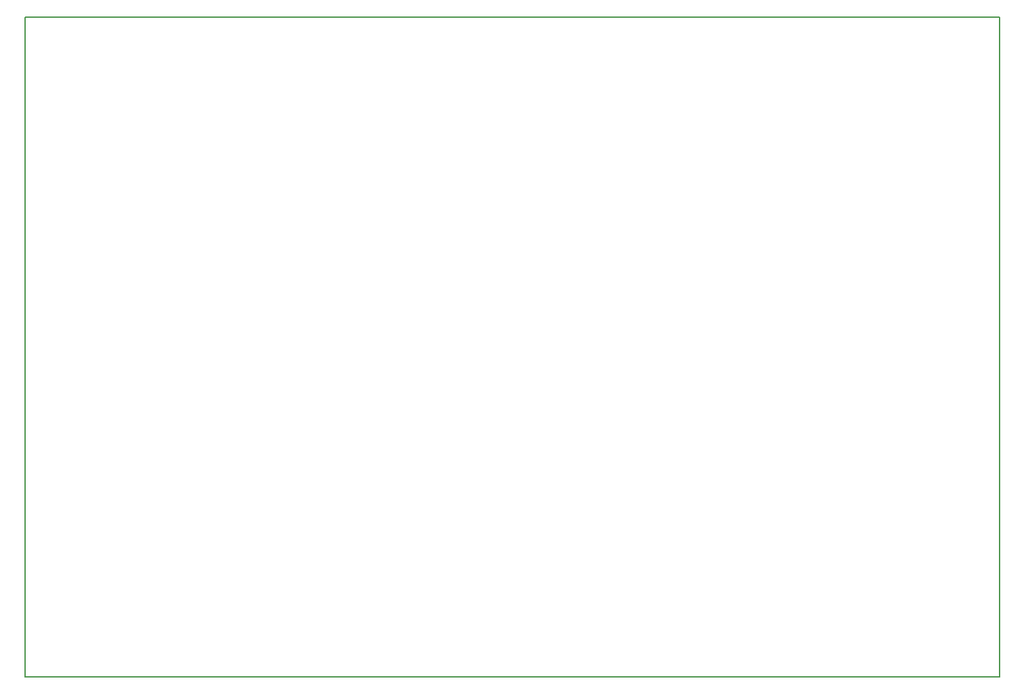
<source format=gko>
G04 project-name*
%FSLAX35Y35*%
%MOMM*%
%ADD10C,0.2*%
%LPD*%
D10*
X2644Y19997353D02*
G01*
X12502644Y19997353D01*

%LPD*%
D10*
X12502644Y19997353D02*
G01*
X12502644Y11527393D01*

%LPD*%
D10*
X12502644Y11527393D02*
G01*
X2644Y11527393D01*

%LPD*%
D10*
X2644Y11527393D02*
G01*
X2644Y19997353D01*
M02*
</source>
